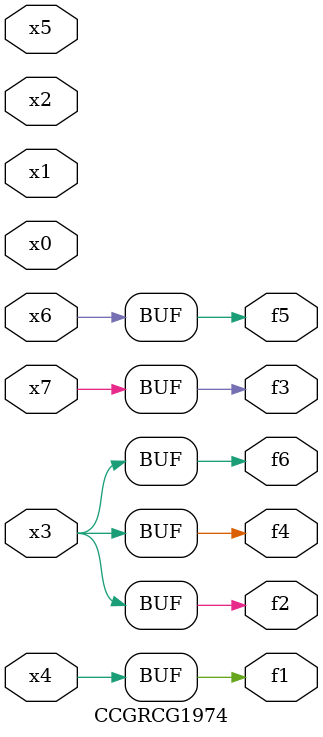
<source format=v>
module CCGRCG1974(
	input x0, x1, x2, x3, x4, x5, x6, x7,
	output f1, f2, f3, f4, f5, f6
);
	assign f1 = x4;
	assign f2 = x3;
	assign f3 = x7;
	assign f4 = x3;
	assign f5 = x6;
	assign f6 = x3;
endmodule

</source>
